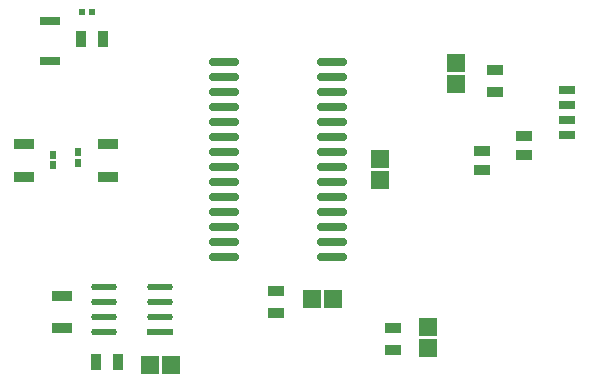
<source format=gtp>
G04*
G04 #@! TF.GenerationSoftware,Altium Limited,Altium Designer,24.9.1 (31)*
G04*
G04 Layer_Color=8421504*
%FSLAX44Y44*%
%MOMM*%
G71*
G04*
G04 #@! TF.SameCoordinates,6922BCB2-4B6C-4A80-BBEF-7EC809250BDD*
G04*
G04*
G04 #@! TF.FilePolarity,Positive*
G04*
G01*
G75*
%ADD16R,1.4000X0.9500*%
%ADD17R,1.5562X1.5046*%
%ADD18R,1.4000X0.7000*%
%ADD19O,2.6000X0.7000*%
%ADD20R,1.7000X0.8000*%
%ADD21R,1.7000X0.9500*%
%ADD22R,0.5000X0.7000*%
%ADD23R,1.3500X0.8500*%
%ADD24R,1.5046X1.5562*%
%ADD25R,0.9500X1.4000*%
G04:AMPARAMS|DCode=26|XSize=2.1692mm|YSize=0.5821mm|CornerRadius=0.2911mm|HoleSize=0mm|Usage=FLASHONLY|Rotation=180.000|XOffset=0mm|YOffset=0mm|HoleType=Round|Shape=RoundedRectangle|*
%AMROUNDEDRECTD26*
21,1,2.1692,0.0000,0,0,180.0*
21,1,1.5870,0.5821,0,0,180.0*
1,1,0.5821,-0.7935,0.0000*
1,1,0.5821,0.7935,0.0000*
1,1,0.5821,0.7935,0.0000*
1,1,0.5821,-0.7935,0.0000*
%
%ADD26ROUNDEDRECTD26*%
%ADD27R,2.1692X0.5821*%
%ADD28R,0.5654X0.5725*%
D16*
X922020Y378100D02*
D03*
Y396600D02*
D03*
X822960Y428350D02*
D03*
Y409850D02*
D03*
X1008560Y615220D02*
D03*
Y596720D02*
D03*
D17*
X951230Y379612D02*
D03*
Y397628D02*
D03*
X910590Y539750D02*
D03*
Y521734D02*
D03*
X975540Y621328D02*
D03*
Y603312D02*
D03*
D18*
X1069340Y560070D02*
D03*
X1069340Y572770D02*
D03*
X1069340Y585470D02*
D03*
Y598170D02*
D03*
D19*
X778510Y622300D02*
D03*
X778510Y609600D02*
D03*
Y596900D02*
D03*
X778510Y584200D02*
D03*
X778510Y571500D02*
D03*
X778510Y558800D02*
D03*
X778510Y546100D02*
D03*
Y533400D02*
D03*
X778510Y520700D02*
D03*
X778510Y508000D02*
D03*
X778510Y495300D02*
D03*
X778510Y482600D02*
D03*
Y469900D02*
D03*
X778510Y457200D02*
D03*
X870510Y622300D02*
D03*
Y609600D02*
D03*
Y596900D02*
D03*
Y584200D02*
D03*
Y571500D02*
D03*
Y558800D02*
D03*
Y546100D02*
D03*
Y533400D02*
D03*
Y520700D02*
D03*
Y508000D02*
D03*
Y495300D02*
D03*
Y482600D02*
D03*
Y469900D02*
D03*
Y457200D02*
D03*
D20*
X631190Y623080D02*
D03*
Y657080D02*
D03*
D21*
X680720Y524730D02*
D03*
Y552230D02*
D03*
X609600Y524730D02*
D03*
Y552230D02*
D03*
X641350Y423960D02*
D03*
Y396460D02*
D03*
D22*
X633730Y534560D02*
D03*
Y543560D02*
D03*
X655320Y545520D02*
D03*
Y536520D02*
D03*
D23*
X1032510Y559430D02*
D03*
Y542930D02*
D03*
X996950Y546730D02*
D03*
Y530230D02*
D03*
D24*
X853322Y421640D02*
D03*
X871338D02*
D03*
X734178Y365760D02*
D03*
X716162D02*
D03*
D25*
X676000Y641350D02*
D03*
X657500D02*
D03*
X688700Y368300D02*
D03*
X670200D02*
D03*
D26*
X677404Y393700D02*
D03*
Y406400D02*
D03*
Y419100D02*
D03*
Y431800D02*
D03*
X724676D02*
D03*
Y419100D02*
D03*
Y406400D02*
D03*
D27*
Y393700D02*
D03*
D28*
X658404Y664210D02*
D03*
X667476D02*
D03*
M02*

</source>
